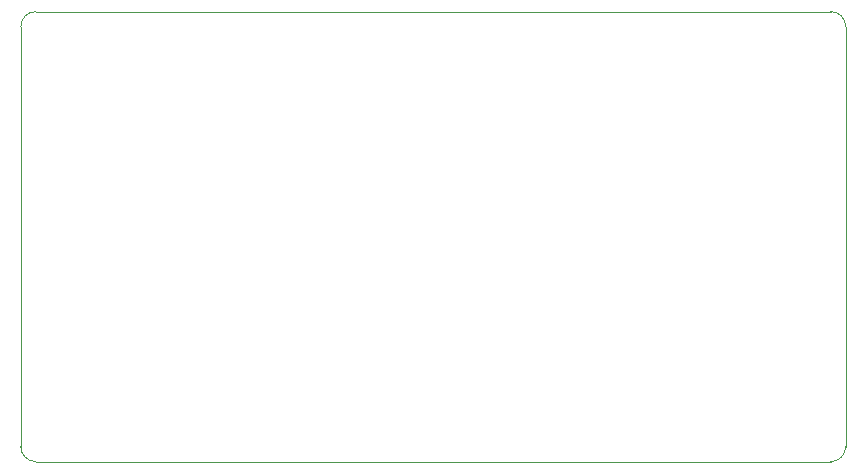
<source format=gbr>
%TF.GenerationSoftware,Altium Limited,Altium Designer,25.6.2 (33)*%
G04 Layer_Color=0*
%FSLAX45Y45*%
%MOMM*%
%TF.SameCoordinates,85768DE1-254B-4F2A-BBB9-FB77CA5A1332*%
%TF.FilePolarity,Positive*%
%TF.FileFunction,Profile,NP*%
%TF.Part,Single*%
G01*
G75*
%TA.AperFunction,Profile*%
%ADD39C,0.02540*%
D39*
X-0Y127000D02*
X0Y1651000D01*
X-4Y3682995D01*
D02*
G02*
X127000Y3810000I127004J0D01*
G01*
X6858000D01*
D02*
G02*
X6985000Y3683000I0J-127000D01*
G01*
X6985000Y127000D01*
D02*
G02*
X6858000Y0I-127000J-0D01*
G01*
X127000D01*
D02*
G02*
X-0Y127000I-1J127000D01*
G01*
%TF.MD5,a7210a8500b6c97f36618569ec6a4f57*%
M02*

</source>
